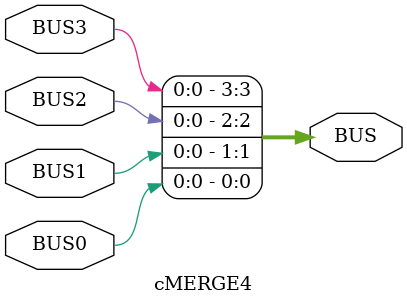
<source format=v>
module cMERGE4(input wire BUS0, input wire BUS1, input wire BUS2, input wire BUS3, output wire [3:0] BUS);
assign BUS = {BUS3, BUS2, BUS1, BUS0};
endmodule

</source>
